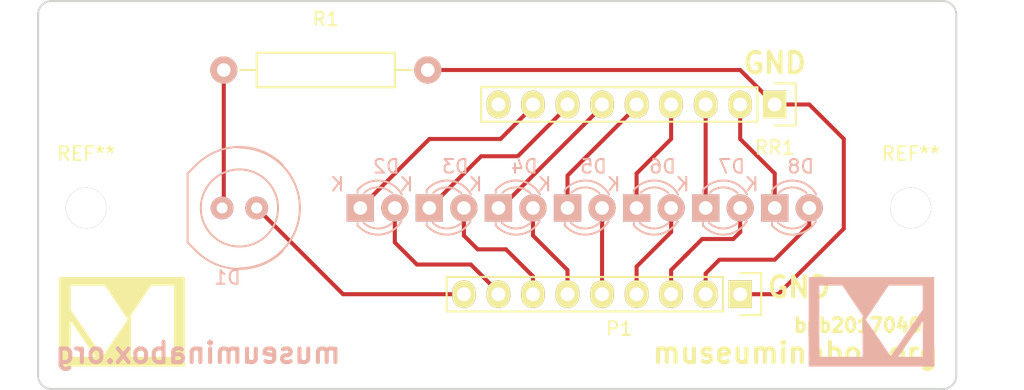
<source format=kicad_pcb>
(kicad_pcb (version 20171130) (host pcbnew 5.0.1-33cea8e~67~ubuntu18.04.1)

  (general
    (thickness 1.6)
    (drawings 13)
    (tracks 67)
    (zones 0)
    (modules 15)
    (nets 19)
  )

  (page A4)
  (layers
    (0 F.Cu signal)
    (31 B.Cu signal)
    (32 B.Adhes user)
    (33 F.Adhes user)
    (34 B.Paste user)
    (35 F.Paste user)
    (36 B.SilkS user)
    (37 F.SilkS user)
    (38 B.Mask user)
    (39 F.Mask user)
    (40 Dwgs.User user)
    (41 Cmts.User user)
    (42 Eco1.User user)
    (43 Eco2.User user)
    (44 Edge.Cuts user)
    (45 Margin user)
    (46 B.CrtYd user)
    (47 F.CrtYd user)
    (48 B.Fab user)
    (49 F.Fab user)
  )

  (setup
    (last_trace_width 0.3)
    (trace_clearance 0.2)
    (zone_clearance 0.508)
    (zone_45_only no)
    (trace_min 0.2)
    (segment_width 0.2)
    (edge_width 0.2)
    (via_size 0.8)
    (via_drill 0.4)
    (via_min_size 0.4)
    (via_min_drill 0.3)
    (uvia_size 0.3)
    (uvia_drill 0.1)
    (uvias_allowed no)
    (uvia_min_size 0.2)
    (uvia_min_drill 0.1)
    (pcb_text_width 0.3)
    (pcb_text_size 1.5 1.5)
    (mod_edge_width 0.15)
    (mod_text_size 1 1)
    (mod_text_width 0.15)
    (pad_size 1.524 1.524)
    (pad_drill 0.762)
    (pad_to_mask_clearance 0.2)
    (solder_mask_min_width 0.25)
    (aux_axis_origin 0 0)
    (visible_elements FFFFFF7F)
    (pcbplotparams
      (layerselection 0x010fc_ffffffff)
      (usegerberextensions false)
      (usegerberattributes false)
      (usegerberadvancedattributes false)
      (creategerberjobfile false)
      (excludeedgelayer true)
      (linewidth 0.100000)
      (plotframeref false)
      (viasonmask false)
      (mode 1)
      (useauxorigin false)
      (hpglpennumber 1)
      (hpglpenspeed 20)
      (hpglpendiameter 15.000000)
      (psnegative false)
      (psa4output false)
      (plotreference true)
      (plotvalue true)
      (plotinvisibletext false)
      (padsonsilk false)
      (subtractmaskfromsilk false)
      (outputformat 1)
      (mirror false)
      (drillshape 0)
      (scaleselection 1)
      (outputdirectory "/home/adrian/sandbox/github/brain/Physical/BootProgressBoard/Output/"))
  )

  (net 0 "")
  (net 1 "Net-(D1-Pad2)")
  (net 2 "Net-(D1-Pad1)")
  (net 3 "Net-(D2-Pad1)")
  (net 4 "Net-(D2-Pad2)")
  (net 5 "Net-(D3-Pad1)")
  (net 6 "Net-(D3-Pad2)")
  (net 7 "Net-(D4-Pad1)")
  (net 8 "Net-(D4-Pad2)")
  (net 9 "Net-(D5-Pad1)")
  (net 10 "Net-(D5-Pad2)")
  (net 11 "Net-(D6-Pad1)")
  (net 12 "Net-(D6-Pad2)")
  (net 13 "Net-(D7-Pad1)")
  (net 14 "Net-(D7-Pad2)")
  (net 15 "Net-(D8-Pad1)")
  (net 16 "Net-(D8-Pad2)")
  (net 17 "Net-(RR1-Pad9)")
  (net 18 "Net-(P1-Pad1)")

  (net_class Default "This is the default net class."
    (clearance 0.2)
    (trace_width 0.3)
    (via_dia 0.8)
    (via_drill 0.4)
    (uvia_dia 0.3)
    (uvia_drill 0.1)
    (add_net "Net-(D1-Pad1)")
    (add_net "Net-(D1-Pad2)")
    (add_net "Net-(D2-Pad1)")
    (add_net "Net-(D2-Pad2)")
    (add_net "Net-(D3-Pad1)")
    (add_net "Net-(D3-Pad2)")
    (add_net "Net-(D4-Pad1)")
    (add_net "Net-(D4-Pad2)")
    (add_net "Net-(D5-Pad1)")
    (add_net "Net-(D5-Pad2)")
    (add_net "Net-(D6-Pad1)")
    (add_net "Net-(D6-Pad2)")
    (add_net "Net-(D7-Pad1)")
    (add_net "Net-(D7-Pad2)")
    (add_net "Net-(D8-Pad1)")
    (add_net "Net-(D8-Pad2)")
    (add_net "Net-(P1-Pad1)")
    (add_net "Net-(RR1-Pad9)")
  )

  (module Mounting_Holes:MountingHole_3mm (layer F.Cu) (tedit 0) (tstamp 58E50E1B)
    (at 96.68 53.34)
    (descr "Mounting hole, Befestigungsbohrung, 3mm, No Annular, Kein Restring,")
    (tags "Mounting hole, Befestigungsbohrung, 3mm, No Annular, Kein Restring,")
    (fp_text reference REF** (at 0 -4.0005) (layer F.SilkS)
      (effects (font (size 1 1) (thickness 0.15)))
    )
    (fp_text value MountingHole_3mm (at 1.00076 5.00126) (layer F.Fab)
      (effects (font (size 1 1) (thickness 0.15)))
    )
    (fp_circle (center 0 0) (end 3 0) (layer Cmts.User) (width 0.381))
    (pad 1 thru_hole circle (at 0 0) (size 3 3) (drill 3) (layers))
  )

  (module Mounting_Holes:MountingHole_3mm (layer F.Cu) (tedit 0) (tstamp 58E50DF6)
    (at 157.32 53.34)
    (descr "Mounting hole, Befestigungsbohrung, 3mm, No Annular, Kein Restring,")
    (tags "Mounting hole, Befestigungsbohrung, 3mm, No Annular, Kein Restring,")
    (fp_text reference REF** (at 0 -4.0005) (layer F.SilkS)
      (effects (font (size 1 1) (thickness 0.15)))
    )
    (fp_text value MountingHole_3mm (at 1.00076 5.00126) (layer F.Fab)
      (effects (font (size 1 1) (thickness 0.15)))
    )
    (fp_circle (center 0 0) (end 3 0) (layer Cmts.User) (width 0.381))
    (pad 1 thru_hole circle (at 0 0) (size 3 3) (drill 3) (layers))
  )

  (module "MCQN Ltd:miab-logo-9x7mm" (layer B.Cu) (tedit 0) (tstamp 58E5066C)
    (at 154.432 61.722 180)
    (fp_text reference G*** (at 0 0 180) (layer B.SilkS) hide
      (effects (font (size 1.524 1.524) (thickness 0.3)) (justify mirror))
    )
    (fp_text value LOGO (at 0.75 0 180) (layer B.SilkS) hide
      (effects (font (size 1.524 1.524) (thickness 0.3)) (justify mirror))
    )
    (fp_poly (pts (xy 4.611512 -3.293533) (xy -4.608688 -3.293533) (xy -4.608688 -1.255324) (xy -3.7846 -1.255324)
      (xy -3.7846 -2.587977) (xy -1.969262 -2.587977) (xy -1.973457 -2.581627) (xy -1.976057 -2.577762)
      (xy -1.981691 -2.569442) (xy -1.990252 -2.556826) (xy -2.001629 -2.540074) (xy -2.015714 -2.519346)
      (xy -2.032398 -2.494802) (xy -2.051573 -2.466603) (xy -2.073129 -2.434907) (xy -2.096958 -2.399875)
      (xy -2.122951 -2.361666) (xy -2.150998 -2.32044) (xy -2.180992 -2.276358) (xy -2.212823 -2.229579)
      (xy -2.246382 -2.180263) (xy -2.281561 -2.128569) (xy -2.318251 -2.074658) (xy -2.356342 -2.01869)
      (xy -2.395727 -1.960824) (xy -2.436296 -1.901221) (xy -2.477941 -1.840039) (xy -2.520551 -1.777439)
      (xy -2.56402 -1.713582) (xy -2.608238 -1.648626) (xy -2.653095 -1.582731) (xy -2.698484 -1.516058)
      (xy -2.744295 -1.448767) (xy -2.790419 -1.381016) (xy -2.836749 -1.312966) (xy -2.883174 -1.244778)
      (xy -2.929586 -1.17661) (xy -2.975876 -1.108622) (xy -3.021935 -1.040975) (xy -3.067655 -0.973829)
      (xy -3.112927 -0.907342) (xy -3.157641 -0.841676) (xy -3.201689 -0.77699) (xy -3.244963 -0.713443)
      (xy -3.287353 -0.651196) (xy -3.32875 -0.590408) (xy -3.369045 -0.53124) (xy -3.408131 -0.473851)
      (xy -3.445897 -0.418401) (xy -3.482235 -0.36505) (xy -3.517037 -0.313958) (xy -3.550193 -0.265285)
      (xy -3.581594 -0.21919) (xy -3.611132 -0.175833) (xy -3.638698 -0.135375) (xy -3.664183 -0.097975)
      (xy -3.687478 -0.063793) (xy -3.708475 -0.032988) (xy -3.727064 -0.005722) (xy -3.743137 0.017847)
      (xy -3.756584 0.037559) (xy -3.767297 0.053253) (xy -3.775168 0.06477) (xy -3.780087 0.07195)
      (xy -3.781945 0.074634) (xy -3.781957 0.074648) (xy -3.782166 0.072056) (xy -3.782367 0.063907)
      (xy -3.782562 0.050287) (xy -3.782748 0.031283) (xy -3.782927 0.006984) (xy -3.783097 -0.022526)
      (xy -3.78326 -0.057158) (xy -3.783414 -0.096825) (xy -3.783559 -0.141441) (xy -3.783696 -0.190918)
      (xy -3.783823 -0.24517) (xy -3.783942 -0.304109) (xy -3.784052 -0.367649) (xy -3.784152 -0.435702)
      (xy -3.784242 -0.508182) (xy -3.784323 -0.585002) (xy -3.784393 -0.666074) (xy -3.784454 -0.751312)
      (xy -3.784504 -0.840628) (xy -3.784544 -0.933936) (xy -3.784574 -1.031148) (xy -3.784592 -1.132178)
      (xy -3.784599 -1.236939) (xy -3.7846 -1.255324) (xy -4.608688 -1.255324) (xy -4.608688 0.897932)
      (xy -3.773311 0.897932) (xy -2.629958 -0.783639) (xy -2.569622 -0.872377) (xy -2.509994 -0.960073)
      (xy -2.451157 -1.046605) (xy -2.393193 -1.131853) (xy -2.336183 -1.215697) (xy -2.280209 -1.298017)
      (xy -2.225353 -1.378691) (xy -2.171698 -1.457601) (xy -2.119324 -1.534624) (xy -2.068314 -1.609641)
      (xy -2.01875 -1.682532) (xy -1.970713 -1.753175) (xy -1.924286 -1.82145) (xy -1.87955 -1.887238)
      (xy -1.836588 -1.950417) (xy -1.79548 -2.010867) (xy -1.75631 -2.068468) (xy -1.719159 -2.123099)
      (xy -1.684109 -2.17464) (xy -1.651241 -2.222971) (xy -1.620639 -2.26797) (xy -1.592382 -2.309518)
      (xy -1.566555 -2.347493) (xy -1.543238 -2.381777) (xy -1.522512 -2.412247) (xy -1.504462 -2.438785)
      (xy -1.489167 -2.461268) (xy -1.47671 -2.479578) (xy -1.467173 -2.493593) (xy -1.460638 -2.503193)
      (xy -1.457187 -2.508257) (xy -1.457017 -2.508506) (xy -1.447611 -2.52199) (xy -1.43921 -2.533505)
      (xy -1.43234 -2.542373) (xy -1.427529 -2.547912) (xy -1.425306 -2.549441) (xy -1.425294 -2.549429)
      (xy -1.423592 -2.546979) (xy -1.418799 -2.539996) (xy -1.411003 -2.528609) (xy -1.400291 -2.512949)
      (xy -1.386754 -2.493144) (xy -1.370479 -2.469326) (xy -1.351554 -2.441622) (xy -1.33007 -2.410164)
      (xy -1.306113 -2.375081) (xy -1.279772 -2.336503) (xy -1.251137 -2.294559) (xy -1.220296 -2.249379)
      (xy -1.187337 -2.201094) (xy -1.152348 -2.149832) (xy -1.115419 -2.095723) (xy -1.076638 -2.038898)
      (xy -1.036094 -1.979486) (xy -0.993874 -1.917617) (xy -0.950068 -1.85342) (xy -0.904765 -1.787026)
      (xy -0.858052 -1.718563) (xy -0.810018 -1.648163) (xy -0.760753 -1.575954) (xy -0.710343 -1.502066)
      (xy -0.658879 -1.42663) (xy -0.606449 -1.349774) (xy -0.55314 -1.271629) (xy -0.499042 -1.192324)
      (xy -0.49845 -1.191456) (xy 0.426258 0.164143) (xy 0.377524 0.23677) (xy 0.37286 0.243715)
      (xy 0.365146 0.255192) (xy 0.354486 0.271049) (xy 0.340981 0.291135) (xy 0.324732 0.315298)
      (xy 0.305842 0.343388) (xy 0.284412 0.375252) (xy 0.260544 0.410739) (xy 0.234341 0.449698)
      (xy 0.223481 0.465845) (xy 0.649112 0.465845) (xy 0.649112 -2.587977) (xy 3.832578 -2.587977)
      (xy 3.832578 2.667) (xy 2.131737 2.667) (xy 1.390424 1.566423) (xy 0.649112 0.465845)
      (xy 0.223481 0.465845) (xy 0.205903 0.491978) (xy 0.175333 0.537426) (xy 0.142733 0.585892)
      (xy 0.108205 0.637223) (xy 0.07185 0.69127) (xy 0.03377 0.747879) (xy -0.005932 0.8069)
      (xy -0.047156 0.868182) (xy -0.089799 0.931572) (xy -0.133759 0.99692) (xy -0.178934 1.064074)
      (xy -0.225223 1.132882) (xy -0.272524 1.203194) (xy -0.320734 1.274857) (xy -0.369753 1.347721)
      (xy -0.419477 1.421633) (xy -0.464255 1.488192) (xy -1.2573 2.666986) (xy -2.515305 2.666993)
      (xy -3.773311 2.667) (xy -3.773311 0.897932) (xy -4.608688 0.897932) (xy -4.608688 3.290711)
      (xy 4.611512 3.290711) (xy 4.611512 -3.293533)) (layer B.SilkS) (width 0.01))
  )

  (module LEDs:LED-8MM (layer B.Cu) (tedit 5538B3F0) (tstamp 577CDD26)
    (at 106.68 53.34)
    (descr "LED 8mm - Lead pitch 100mil (2,54mm)")
    (tags "LED led 5mm 5MM 100mil 2.54mm")
    (path /577CD3D3)
    (fp_text reference D1 (at 0.38608 5.12064) (layer B.SilkS)
      (effects (font (size 1 1) (thickness 0.15)) (justify mirror))
    )
    (fp_text value LED (at 0.42164 -5.39496) (layer B.Fab)
      (effects (font (size 1 1) (thickness 0.15)) (justify mirror))
    )
    (fp_circle (center 1.27 0) (end 0 -2.54) (layer B.SilkS) (width 0.15))
    (fp_line (start -2.54 2.54) (end -2.54 -2.54) (layer B.SilkS) (width 0.15))
    (fp_line (start -1.905 -3.175) (end -2.54 -2.54) (layer B.SilkS) (width 0.15))
    (fp_line (start -1.905 3.175) (end -2.54 2.54) (layer B.SilkS) (width 0.15))
    (fp_arc (start 1.27 0) (end -1.905 -3.175) (angle 90) (layer B.SilkS) (width 0.15))
    (fp_arc (start 1.27 0) (end 4.445 3.175) (angle 90) (layer B.SilkS) (width 0.15))
    (fp_arc (start 1.27 0) (end 1.27 -4.445) (angle 90) (layer B.SilkS) (width 0.15))
    (fp_arc (start 1.27 0) (end 5.715 0) (angle 90) (layer B.SilkS) (width 0.15))
    (pad 2 thru_hole circle (at 2.54 0 180) (size 1.6764 1.6764) (drill 0.8128) (layers *.Cu *.Mask B.SilkS)
      (net 1 "Net-(D1-Pad2)"))
    (pad 1 thru_hole circle (at 0 0 180) (size 1.6764 1.6764) (drill 0.8128) (layers *.Cu *.Mask B.SilkS)
      (net 2 "Net-(D1-Pad1)"))
  )

  (module LEDs:LED-3MM (layer B.Cu) (tedit 559B82F6) (tstamp 577CDD2C)
    (at 116.84 53.34)
    (descr "LED 3mm round vertical")
    (tags "LED  3mm round vertical")
    (path /577CD48F)
    (fp_text reference D2 (at 1.91 -3.06) (layer B.SilkS)
      (effects (font (size 1 1) (thickness 0.15)) (justify mirror))
    )
    (fp_text value LED (at 1.3 2.9) (layer B.Fab)
      (effects (font (size 1 1) (thickness 0.15)) (justify mirror))
    )
    (fp_line (start -1.2 -2.3) (end 3.8 -2.3) (layer B.CrtYd) (width 0.05))
    (fp_line (start 3.8 -2.3) (end 3.8 2.2) (layer B.CrtYd) (width 0.05))
    (fp_line (start 3.8 2.2) (end -1.2 2.2) (layer B.CrtYd) (width 0.05))
    (fp_line (start -1.2 2.2) (end -1.2 -2.3) (layer B.CrtYd) (width 0.05))
    (fp_line (start -0.199 -1.314) (end -0.199 -1.114) (layer B.SilkS) (width 0.15))
    (fp_line (start -0.199 1.28) (end -0.199 1.1) (layer B.SilkS) (width 0.15))
    (fp_arc (start 1.301 -0.034) (end -0.199 1.286) (angle -108.5) (layer B.SilkS) (width 0.15))
    (fp_arc (start 1.301 -0.034) (end 0.25 1.1) (angle -85.7) (layer B.SilkS) (width 0.15))
    (fp_arc (start 1.311 -0.034) (end 3.051 -0.994) (angle -110) (layer B.SilkS) (width 0.15))
    (fp_arc (start 1.301 -0.034) (end 2.335 -1.094) (angle -87.5) (layer B.SilkS) (width 0.15))
    (fp_text user K (at -1.69 -1.74) (layer B.SilkS)
      (effects (font (size 1 1) (thickness 0.15)) (justify mirror))
    )
    (pad 1 thru_hole rect (at 0 0 270) (size 2 2) (drill 1.00076) (layers *.Cu *.Mask B.SilkS)
      (net 3 "Net-(D2-Pad1)"))
    (pad 2 thru_hole circle (at 2.54 0) (size 2 2) (drill 1.00076) (layers *.Cu *.Mask B.SilkS)
      (net 4 "Net-(D2-Pad2)"))
    (model LEDs.3dshapes/LED-3MM.wrl
      (offset (xyz 1.269999980926514 0 0))
      (scale (xyz 1 1 1))
      (rotate (xyz 0 0 90))
    )
  )

  (module LEDs:LED-3MM (layer B.Cu) (tedit 559B82F6) (tstamp 577CDD32)
    (at 121.92 53.34)
    (descr "LED 3mm round vertical")
    (tags "LED  3mm round vertical")
    (path /577CCF34)
    (fp_text reference D3 (at 1.91 -3.06) (layer B.SilkS)
      (effects (font (size 1 1) (thickness 0.15)) (justify mirror))
    )
    (fp_text value LED (at 1.3 2.9) (layer B.Fab)
      (effects (font (size 1 1) (thickness 0.15)) (justify mirror))
    )
    (fp_line (start -1.2 -2.3) (end 3.8 -2.3) (layer B.CrtYd) (width 0.05))
    (fp_line (start 3.8 -2.3) (end 3.8 2.2) (layer B.CrtYd) (width 0.05))
    (fp_line (start 3.8 2.2) (end -1.2 2.2) (layer B.CrtYd) (width 0.05))
    (fp_line (start -1.2 2.2) (end -1.2 -2.3) (layer B.CrtYd) (width 0.05))
    (fp_line (start -0.199 -1.314) (end -0.199 -1.114) (layer B.SilkS) (width 0.15))
    (fp_line (start -0.199 1.28) (end -0.199 1.1) (layer B.SilkS) (width 0.15))
    (fp_arc (start 1.301 -0.034) (end -0.199 1.286) (angle -108.5) (layer B.SilkS) (width 0.15))
    (fp_arc (start 1.301 -0.034) (end 0.25 1.1) (angle -85.7) (layer B.SilkS) (width 0.15))
    (fp_arc (start 1.311 -0.034) (end 3.051 -0.994) (angle -110) (layer B.SilkS) (width 0.15))
    (fp_arc (start 1.301 -0.034) (end 2.335 -1.094) (angle -87.5) (layer B.SilkS) (width 0.15))
    (fp_text user K (at -1.69 -1.74) (layer B.SilkS)
      (effects (font (size 1 1) (thickness 0.15)) (justify mirror))
    )
    (pad 1 thru_hole rect (at 0 0 270) (size 2 2) (drill 1.00076) (layers *.Cu *.Mask B.SilkS)
      (net 5 "Net-(D3-Pad1)"))
    (pad 2 thru_hole circle (at 2.54 0) (size 2 2) (drill 1.00076) (layers *.Cu *.Mask B.SilkS)
      (net 6 "Net-(D3-Pad2)"))
    (model LEDs.3dshapes/LED-3MM.wrl
      (offset (xyz 1.269999980926514 0 0))
      (scale (xyz 1 1 1))
      (rotate (xyz 0 0 90))
    )
  )

  (module LEDs:LED-3MM (layer B.Cu) (tedit 559B82F6) (tstamp 577CDD38)
    (at 127 53.34)
    (descr "LED 3mm round vertical")
    (tags "LED  3mm round vertical")
    (path /577CD371)
    (fp_text reference D4 (at 1.91 -3.06) (layer B.SilkS)
      (effects (font (size 1 1) (thickness 0.15)) (justify mirror))
    )
    (fp_text value LED (at 1.3 2.9) (layer B.Fab)
      (effects (font (size 1 1) (thickness 0.15)) (justify mirror))
    )
    (fp_line (start -1.2 -2.3) (end 3.8 -2.3) (layer B.CrtYd) (width 0.05))
    (fp_line (start 3.8 -2.3) (end 3.8 2.2) (layer B.CrtYd) (width 0.05))
    (fp_line (start 3.8 2.2) (end -1.2 2.2) (layer B.CrtYd) (width 0.05))
    (fp_line (start -1.2 2.2) (end -1.2 -2.3) (layer B.CrtYd) (width 0.05))
    (fp_line (start -0.199 -1.314) (end -0.199 -1.114) (layer B.SilkS) (width 0.15))
    (fp_line (start -0.199 1.28) (end -0.199 1.1) (layer B.SilkS) (width 0.15))
    (fp_arc (start 1.301 -0.034) (end -0.199 1.286) (angle -108.5) (layer B.SilkS) (width 0.15))
    (fp_arc (start 1.301 -0.034) (end 0.25 1.1) (angle -85.7) (layer B.SilkS) (width 0.15))
    (fp_arc (start 1.311 -0.034) (end 3.051 -0.994) (angle -110) (layer B.SilkS) (width 0.15))
    (fp_arc (start 1.301 -0.034) (end 2.335 -1.094) (angle -87.5) (layer B.SilkS) (width 0.15))
    (fp_text user K (at -1.69 -1.74) (layer B.SilkS)
      (effects (font (size 1 1) (thickness 0.15)) (justify mirror))
    )
    (pad 1 thru_hole rect (at 0 0 270) (size 2 2) (drill 1.00076) (layers *.Cu *.Mask B.SilkS)
      (net 7 "Net-(D4-Pad1)"))
    (pad 2 thru_hole circle (at 2.54 0) (size 2 2) (drill 1.00076) (layers *.Cu *.Mask B.SilkS)
      (net 8 "Net-(D4-Pad2)"))
    (model LEDs.3dshapes/LED-3MM.wrl
      (offset (xyz 1.269999980926514 0 0))
      (scale (xyz 1 1 1))
      (rotate (xyz 0 0 90))
    )
  )

  (module LEDs:LED-3MM (layer B.Cu) (tedit 559B82F6) (tstamp 577CDD3E)
    (at 132.08 53.34)
    (descr "LED 3mm round vertical")
    (tags "LED  3mm round vertical")
    (path /577CD4D9)
    (fp_text reference D5 (at 1.91 -3.06) (layer B.SilkS)
      (effects (font (size 1 1) (thickness 0.15)) (justify mirror))
    )
    (fp_text value LED (at 1.3 2.9) (layer B.Fab)
      (effects (font (size 1 1) (thickness 0.15)) (justify mirror))
    )
    (fp_line (start -1.2 -2.3) (end 3.8 -2.3) (layer B.CrtYd) (width 0.05))
    (fp_line (start 3.8 -2.3) (end 3.8 2.2) (layer B.CrtYd) (width 0.05))
    (fp_line (start 3.8 2.2) (end -1.2 2.2) (layer B.CrtYd) (width 0.05))
    (fp_line (start -1.2 2.2) (end -1.2 -2.3) (layer B.CrtYd) (width 0.05))
    (fp_line (start -0.199 -1.314) (end -0.199 -1.114) (layer B.SilkS) (width 0.15))
    (fp_line (start -0.199 1.28) (end -0.199 1.1) (layer B.SilkS) (width 0.15))
    (fp_arc (start 1.301 -0.034) (end -0.199 1.286) (angle -108.5) (layer B.SilkS) (width 0.15))
    (fp_arc (start 1.301 -0.034) (end 0.25 1.1) (angle -85.7) (layer B.SilkS) (width 0.15))
    (fp_arc (start 1.311 -0.034) (end 3.051 -0.994) (angle -110) (layer B.SilkS) (width 0.15))
    (fp_arc (start 1.301 -0.034) (end 2.335 -1.094) (angle -87.5) (layer B.SilkS) (width 0.15))
    (fp_text user K (at -1.69 -1.74) (layer B.SilkS)
      (effects (font (size 1 1) (thickness 0.15)) (justify mirror))
    )
    (pad 1 thru_hole rect (at 0 0 270) (size 2 2) (drill 1.00076) (layers *.Cu *.Mask B.SilkS)
      (net 9 "Net-(D5-Pad1)"))
    (pad 2 thru_hole circle (at 2.54 0) (size 2 2) (drill 1.00076) (layers *.Cu *.Mask B.SilkS)
      (net 10 "Net-(D5-Pad2)"))
    (model LEDs.3dshapes/LED-3MM.wrl
      (offset (xyz 1.269999980926514 0 0))
      (scale (xyz 1 1 1))
      (rotate (xyz 0 0 90))
    )
  )

  (module LEDs:LED-3MM (layer B.Cu) (tedit 559B82F6) (tstamp 577CDD44)
    (at 137.16 53.34)
    (descr "LED 3mm round vertical")
    (tags "LED  3mm round vertical")
    (path /577CD437)
    (fp_text reference D6 (at 1.91 -3.06) (layer B.SilkS)
      (effects (font (size 1 1) (thickness 0.15)) (justify mirror))
    )
    (fp_text value LED (at 1.3 2.9) (layer B.Fab)
      (effects (font (size 1 1) (thickness 0.15)) (justify mirror))
    )
    (fp_line (start -1.2 -2.3) (end 3.8 -2.3) (layer B.CrtYd) (width 0.05))
    (fp_line (start 3.8 -2.3) (end 3.8 2.2) (layer B.CrtYd) (width 0.05))
    (fp_line (start 3.8 2.2) (end -1.2 2.2) (layer B.CrtYd) (width 0.05))
    (fp_line (start -1.2 2.2) (end -1.2 -2.3) (layer B.CrtYd) (width 0.05))
    (fp_line (start -0.199 -1.314) (end -0.199 -1.114) (layer B.SilkS) (width 0.15))
    (fp_line (start -0.199 1.28) (end -0.199 1.1) (layer B.SilkS) (width 0.15))
    (fp_arc (start 1.301 -0.034) (end -0.199 1.286) (angle -108.5) (layer B.SilkS) (width 0.15))
    (fp_arc (start 1.301 -0.034) (end 0.25 1.1) (angle -85.7) (layer B.SilkS) (width 0.15))
    (fp_arc (start 1.311 -0.034) (end 3.051 -0.994) (angle -110) (layer B.SilkS) (width 0.15))
    (fp_arc (start 1.301 -0.034) (end 2.335 -1.094) (angle -87.5) (layer B.SilkS) (width 0.15))
    (fp_text user K (at -1.69 -1.74) (layer B.SilkS)
      (effects (font (size 1 1) (thickness 0.15)) (justify mirror))
    )
    (pad 1 thru_hole rect (at 0 0 270) (size 2 2) (drill 1.00076) (layers *.Cu *.Mask B.SilkS)
      (net 11 "Net-(D6-Pad1)"))
    (pad 2 thru_hole circle (at 2.54 0) (size 2 2) (drill 1.00076) (layers *.Cu *.Mask B.SilkS)
      (net 12 "Net-(D6-Pad2)"))
    (model LEDs.3dshapes/LED-3MM.wrl
      (offset (xyz 1.269999980926514 0 0))
      (scale (xyz 1 1 1))
      (rotate (xyz 0 0 90))
    )
  )

  (module LEDs:LED-3MM (layer B.Cu) (tedit 559B82F6) (tstamp 577CDD4A)
    (at 142.24 53.34)
    (descr "LED 3mm round vertical")
    (tags "LED  3mm round vertical")
    (path /577CD59D)
    (fp_text reference D7 (at 1.91 -3.06) (layer B.SilkS)
      (effects (font (size 1 1) (thickness 0.15)) (justify mirror))
    )
    (fp_text value LED (at 1.3 2.9) (layer B.Fab)
      (effects (font (size 1 1) (thickness 0.15)) (justify mirror))
    )
    (fp_line (start -1.2 -2.3) (end 3.8 -2.3) (layer B.CrtYd) (width 0.05))
    (fp_line (start 3.8 -2.3) (end 3.8 2.2) (layer B.CrtYd) (width 0.05))
    (fp_line (start 3.8 2.2) (end -1.2 2.2) (layer B.CrtYd) (width 0.05))
    (fp_line (start -1.2 2.2) (end -1.2 -2.3) (layer B.CrtYd) (width 0.05))
    (fp_line (start -0.199 -1.314) (end -0.199 -1.114) (layer B.SilkS) (width 0.15))
    (fp_line (start -0.199 1.28) (end -0.199 1.1) (layer B.SilkS) (width 0.15))
    (fp_arc (start 1.301 -0.034) (end -0.199 1.286) (angle -108.5) (layer B.SilkS) (width 0.15))
    (fp_arc (start 1.301 -0.034) (end 0.25 1.1) (angle -85.7) (layer B.SilkS) (width 0.15))
    (fp_arc (start 1.311 -0.034) (end 3.051 -0.994) (angle -110) (layer B.SilkS) (width 0.15))
    (fp_arc (start 1.301 -0.034) (end 2.335 -1.094) (angle -87.5) (layer B.SilkS) (width 0.15))
    (fp_text user K (at -1.69 -1.74) (layer B.SilkS)
      (effects (font (size 1 1) (thickness 0.15)) (justify mirror))
    )
    (pad 1 thru_hole rect (at 0 0 270) (size 2 2) (drill 1.00076) (layers *.Cu *.Mask B.SilkS)
      (net 13 "Net-(D7-Pad1)"))
    (pad 2 thru_hole circle (at 2.54 0) (size 2 2) (drill 1.00076) (layers *.Cu *.Mask B.SilkS)
      (net 14 "Net-(D7-Pad2)"))
    (model LEDs.3dshapes/LED-3MM.wrl
      (offset (xyz 1.269999980926514 0 0))
      (scale (xyz 1 1 1))
      (rotate (xyz 0 0 90))
    )
  )

  (module LEDs:LED-3MM (layer B.Cu) (tedit 559B82F6) (tstamp 577CDD50)
    (at 147.32 53.34)
    (descr "LED 3mm round vertical")
    (tags "LED  3mm round vertical")
    (path /577CD547)
    (fp_text reference D8 (at 1.91 -3.06) (layer B.SilkS)
      (effects (font (size 1 1) (thickness 0.15)) (justify mirror))
    )
    (fp_text value LED (at 1.3 2.9) (layer B.Fab)
      (effects (font (size 1 1) (thickness 0.15)) (justify mirror))
    )
    (fp_line (start -1.2 -2.3) (end 3.8 -2.3) (layer B.CrtYd) (width 0.05))
    (fp_line (start 3.8 -2.3) (end 3.8 2.2) (layer B.CrtYd) (width 0.05))
    (fp_line (start 3.8 2.2) (end -1.2 2.2) (layer B.CrtYd) (width 0.05))
    (fp_line (start -1.2 2.2) (end -1.2 -2.3) (layer B.CrtYd) (width 0.05))
    (fp_line (start -0.199 -1.314) (end -0.199 -1.114) (layer B.SilkS) (width 0.15))
    (fp_line (start -0.199 1.28) (end -0.199 1.1) (layer B.SilkS) (width 0.15))
    (fp_arc (start 1.301 -0.034) (end -0.199 1.286) (angle -108.5) (layer B.SilkS) (width 0.15))
    (fp_arc (start 1.301 -0.034) (end 0.25 1.1) (angle -85.7) (layer B.SilkS) (width 0.15))
    (fp_arc (start 1.311 -0.034) (end 3.051 -0.994) (angle -110) (layer B.SilkS) (width 0.15))
    (fp_arc (start 1.301 -0.034) (end 2.335 -1.094) (angle -87.5) (layer B.SilkS) (width 0.15))
    (fp_text user K (at -1.69 -1.74) (layer B.SilkS)
      (effects (font (size 1 1) (thickness 0.15)) (justify mirror))
    )
    (pad 1 thru_hole rect (at 0 0 270) (size 2 2) (drill 1.00076) (layers *.Cu *.Mask B.SilkS)
      (net 15 "Net-(D8-Pad1)"))
    (pad 2 thru_hole circle (at 2.54 0) (size 2 2) (drill 1.00076) (layers *.Cu *.Mask B.SilkS)
      (net 16 "Net-(D8-Pad2)"))
    (model LEDs.3dshapes/LED-3MM.wrl
      (offset (xyz 1.269999980926514 0 0))
      (scale (xyz 1 1 1))
      (rotate (xyz 0 0 90))
    )
  )

  (module Socket_Strips:Socket_Strip_Straight_1x09 (layer F.Cu) (tedit 0) (tstamp 577CDD5D)
    (at 144.78 59.69 180)
    (descr "Through hole socket strip")
    (tags "socket strip")
    (path /577CD086)
    (fp_text reference P1 (at 8.89 -2.54 180) (layer F.SilkS)
      (effects (font (size 1 1) (thickness 0.15)))
    )
    (fp_text value CONN_01X09 (at 2.54 -2.54 180) (layer F.Fab)
      (effects (font (size 1 1) (thickness 0.15)))
    )
    (fp_line (start -1.75 -1.75) (end -1.75 1.75) (layer F.CrtYd) (width 0.05))
    (fp_line (start 22.1 -1.75) (end 22.1 1.75) (layer F.CrtYd) (width 0.05))
    (fp_line (start -1.75 -1.75) (end 22.1 -1.75) (layer F.CrtYd) (width 0.05))
    (fp_line (start -1.75 1.75) (end 22.1 1.75) (layer F.CrtYd) (width 0.05))
    (fp_line (start 1.27 1.27) (end 21.59 1.27) (layer F.SilkS) (width 0.15))
    (fp_line (start 21.59 1.27) (end 21.59 -1.27) (layer F.SilkS) (width 0.15))
    (fp_line (start 21.59 -1.27) (end 1.27 -1.27) (layer F.SilkS) (width 0.15))
    (fp_line (start -1.55 1.55) (end 0 1.55) (layer F.SilkS) (width 0.15))
    (fp_line (start 1.27 1.27) (end 1.27 -1.27) (layer F.SilkS) (width 0.15))
    (fp_line (start 0 -1.55) (end -1.55 -1.55) (layer F.SilkS) (width 0.15))
    (fp_line (start -1.55 -1.55) (end -1.55 1.55) (layer F.SilkS) (width 0.15))
    (pad 1 thru_hole rect (at 0 0 180) (size 1.7272 2.032) (drill 1.016) (layers *.Cu *.Mask F.SilkS)
      (net 18 "Net-(P1-Pad1)"))
    (pad 2 thru_hole oval (at 2.54 0 180) (size 1.7272 2.032) (drill 1.016) (layers *.Cu *.Mask F.SilkS)
      (net 16 "Net-(D8-Pad2)"))
    (pad 3 thru_hole oval (at 5.08 0 180) (size 1.7272 2.032) (drill 1.016) (layers *.Cu *.Mask F.SilkS)
      (net 14 "Net-(D7-Pad2)"))
    (pad 4 thru_hole oval (at 7.62 0 180) (size 1.7272 2.032) (drill 1.016) (layers *.Cu *.Mask F.SilkS)
      (net 12 "Net-(D6-Pad2)"))
    (pad 5 thru_hole oval (at 10.16 0 180) (size 1.7272 2.032) (drill 1.016) (layers *.Cu *.Mask F.SilkS)
      (net 10 "Net-(D5-Pad2)"))
    (pad 6 thru_hole oval (at 12.7 0 180) (size 1.7272 2.032) (drill 1.016) (layers *.Cu *.Mask F.SilkS)
      (net 8 "Net-(D4-Pad2)"))
    (pad 7 thru_hole oval (at 15.24 0 180) (size 1.7272 2.032) (drill 1.016) (layers *.Cu *.Mask F.SilkS)
      (net 6 "Net-(D3-Pad2)"))
    (pad 8 thru_hole oval (at 17.78 0 180) (size 1.7272 2.032) (drill 1.016) (layers *.Cu *.Mask F.SilkS)
      (net 4 "Net-(D2-Pad2)"))
    (pad 9 thru_hole oval (at 20.32 0 180) (size 1.7272 2.032) (drill 1.016) (layers *.Cu *.Mask F.SilkS)
      (net 1 "Net-(D1-Pad2)"))
    (model Socket_Strips.3dshapes/Socket_Strip_Straight_1x09.wrl
      (offset (xyz 10.15999984741211 0 0))
      (scale (xyz 1 1 1))
      (rotate (xyz 0 0 180))
    )
  )

  (module Resistors_ThroughHole:Resistor_Horizontal_RM15mm (layer F.Cu) (tedit 53F56292) (tstamp 577CDD63)
    (at 114.3 43.18)
    (descr "Resistor, Axial, RM 15mm,")
    (tags "Resistor, Axial, RM 15mm,")
    (path /577CD0DC)
    (fp_text reference R1 (at 0 -3.74904) (layer F.SilkS)
      (effects (font (size 1 1) (thickness 0.15)))
    )
    (fp_text value R (at 0 4.0005) (layer F.Fab)
      (effects (font (size 1 1) (thickness 0.15)))
    )
    (fp_line (start -5.08 -1.27) (end -5.08 1.27) (layer F.SilkS) (width 0.15))
    (fp_line (start -5.08 1.27) (end 5.08 1.27) (layer F.SilkS) (width 0.15))
    (fp_line (start 5.08 1.27) (end 5.08 -1.27) (layer F.SilkS) (width 0.15))
    (fp_line (start 5.08 -1.27) (end -5.08 -1.27) (layer F.SilkS) (width 0.15))
    (fp_line (start 6.35 0) (end 5.08 0) (layer F.SilkS) (width 0.15))
    (fp_line (start -6.35 0) (end -5.08 0) (layer F.SilkS) (width 0.15))
    (pad 1 thru_hole circle (at -7.5 0) (size 1.99898 1.99898) (drill 1.00076) (layers *.Cu *.SilkS *.Mask)
      (net 2 "Net-(D1-Pad1)"))
    (pad 2 thru_hole circle (at 7.5 0) (size 1.99898 1.99898) (drill 1.00076) (layers *.Cu *.SilkS *.Mask)
      (net 18 "Net-(P1-Pad1)"))
    (model Resistors_ThroughHole.3dshapes/Resistor_Horizontal_RM15mm.wrl
      (at (xyz 0 0 0))
      (scale (xyz 0.4 0.4 0.4))
      (rotate (xyz 0 0 0))
    )
  )

  (module Socket_Strips:Socket_Strip_Straight_1x09 (layer F.Cu) (tedit 0) (tstamp 577CDD70)
    (at 147.32 45.72 180)
    (descr "Through hole socket strip")
    (tags "socket strip")
    (path /577CD2FD)
    (fp_text reference RR1 (at 0 -3.175 180) (layer F.SilkS)
      (effects (font (size 1 1) (thickness 0.15)))
    )
    (fp_text value RR8 (at 0 -3.1 180) (layer F.Fab)
      (effects (font (size 1 1) (thickness 0.15)))
    )
    (fp_line (start -1.75 -1.75) (end -1.75 1.75) (layer F.CrtYd) (width 0.05))
    (fp_line (start 22.1 -1.75) (end 22.1 1.75) (layer F.CrtYd) (width 0.05))
    (fp_line (start -1.75 -1.75) (end 22.1 -1.75) (layer F.CrtYd) (width 0.05))
    (fp_line (start -1.75 1.75) (end 22.1 1.75) (layer F.CrtYd) (width 0.05))
    (fp_line (start 1.27 1.27) (end 21.59 1.27) (layer F.SilkS) (width 0.15))
    (fp_line (start 21.59 1.27) (end 21.59 -1.27) (layer F.SilkS) (width 0.15))
    (fp_line (start 21.59 -1.27) (end 1.27 -1.27) (layer F.SilkS) (width 0.15))
    (fp_line (start -1.55 1.55) (end 0 1.55) (layer F.SilkS) (width 0.15))
    (fp_line (start 1.27 1.27) (end 1.27 -1.27) (layer F.SilkS) (width 0.15))
    (fp_line (start 0 -1.55) (end -1.55 -1.55) (layer F.SilkS) (width 0.15))
    (fp_line (start -1.55 -1.55) (end -1.55 1.55) (layer F.SilkS) (width 0.15))
    (pad 1 thru_hole rect (at 0 0 180) (size 1.7272 2.032) (drill 1.016) (layers *.Cu *.Mask F.SilkS)
      (net 18 "Net-(P1-Pad1)"))
    (pad 2 thru_hole oval (at 2.54 0 180) (size 1.7272 2.032) (drill 1.016) (layers *.Cu *.Mask F.SilkS)
      (net 15 "Net-(D8-Pad1)"))
    (pad 3 thru_hole oval (at 5.08 0 180) (size 1.7272 2.032) (drill 1.016) (layers *.Cu *.Mask F.SilkS)
      (net 13 "Net-(D7-Pad1)"))
    (pad 4 thru_hole oval (at 7.62 0 180) (size 1.7272 2.032) (drill 1.016) (layers *.Cu *.Mask F.SilkS)
      (net 11 "Net-(D6-Pad1)"))
    (pad 5 thru_hole oval (at 10.16 0 180) (size 1.7272 2.032) (drill 1.016) (layers *.Cu *.Mask F.SilkS)
      (net 9 "Net-(D5-Pad1)"))
    (pad 6 thru_hole oval (at 12.7 0 180) (size 1.7272 2.032) (drill 1.016) (layers *.Cu *.Mask F.SilkS)
      (net 7 "Net-(D4-Pad1)"))
    (pad 7 thru_hole oval (at 15.24 0 180) (size 1.7272 2.032) (drill 1.016) (layers *.Cu *.Mask F.SilkS)
      (net 5 "Net-(D3-Pad1)"))
    (pad 8 thru_hole oval (at 17.78 0 180) (size 1.7272 2.032) (drill 1.016) (layers *.Cu *.Mask F.SilkS)
      (net 3 "Net-(D2-Pad1)"))
    (pad 9 thru_hole oval (at 20.32 0 180) (size 1.7272 2.032) (drill 1.016) (layers *.Cu *.Mask F.SilkS)
      (net 17 "Net-(RR1-Pad9)"))
    (model Socket_Strips.3dshapes/Socket_Strip_Straight_1x09.wrl
      (offset (xyz 10.15999984741211 0 0))
      (scale (xyz 1 1 1))
      (rotate (xyz 0 0 180))
    )
  )

  (module "MCQN Ltd:miab-logo-9x7mm" (layer F.Cu) (tedit 0) (tstamp 577CF0DF)
    (at 99.314 61.722)
    (fp_text reference G*** (at 0 0) (layer F.SilkS) hide
      (effects (font (size 1.524 1.524) (thickness 0.3)))
    )
    (fp_text value LOGO (at 0.75 0) (layer F.SilkS) hide
      (effects (font (size 1.524 1.524) (thickness 0.3)))
    )
    (fp_poly (pts (xy 4.611512 3.293533) (xy -4.608688 3.293533) (xy -4.608688 1.255324) (xy -3.7846 1.255324)
      (xy -3.7846 2.587977) (xy -1.969262 2.587977) (xy -1.973457 2.581627) (xy -1.976057 2.577762)
      (xy -1.981691 2.569442) (xy -1.990252 2.556826) (xy -2.001629 2.540074) (xy -2.015714 2.519346)
      (xy -2.032398 2.494802) (xy -2.051573 2.466603) (xy -2.073129 2.434907) (xy -2.096958 2.399875)
      (xy -2.122951 2.361666) (xy -2.150998 2.32044) (xy -2.180992 2.276358) (xy -2.212823 2.229579)
      (xy -2.246382 2.180263) (xy -2.281561 2.128569) (xy -2.318251 2.074658) (xy -2.356342 2.01869)
      (xy -2.395727 1.960824) (xy -2.436296 1.901221) (xy -2.477941 1.840039) (xy -2.520551 1.777439)
      (xy -2.56402 1.713582) (xy -2.608238 1.648626) (xy -2.653095 1.582731) (xy -2.698484 1.516058)
      (xy -2.744295 1.448767) (xy -2.790419 1.381016) (xy -2.836749 1.312966) (xy -2.883174 1.244778)
      (xy -2.929586 1.17661) (xy -2.975876 1.108622) (xy -3.021935 1.040975) (xy -3.067655 0.973829)
      (xy -3.112927 0.907342) (xy -3.157641 0.841676) (xy -3.201689 0.77699) (xy -3.244963 0.713443)
      (xy -3.287353 0.651196) (xy -3.32875 0.590408) (xy -3.369045 0.53124) (xy -3.408131 0.473851)
      (xy -3.445897 0.418401) (xy -3.482235 0.36505) (xy -3.517037 0.313958) (xy -3.550193 0.265285)
      (xy -3.581594 0.21919) (xy -3.611132 0.175833) (xy -3.638698 0.135375) (xy -3.664183 0.097975)
      (xy -3.687478 0.063793) (xy -3.708475 0.032988) (xy -3.727064 0.005722) (xy -3.743137 -0.017847)
      (xy -3.756584 -0.037559) (xy -3.767297 -0.053253) (xy -3.775168 -0.06477) (xy -3.780087 -0.07195)
      (xy -3.781945 -0.074634) (xy -3.781957 -0.074648) (xy -3.782166 -0.072056) (xy -3.782367 -0.063907)
      (xy -3.782562 -0.050287) (xy -3.782748 -0.031283) (xy -3.782927 -0.006984) (xy -3.783097 0.022526)
      (xy -3.78326 0.057158) (xy -3.783414 0.096825) (xy -3.783559 0.141441) (xy -3.783696 0.190918)
      (xy -3.783823 0.24517) (xy -3.783942 0.304109) (xy -3.784052 0.367649) (xy -3.784152 0.435702)
      (xy -3.784242 0.508182) (xy -3.784323 0.585002) (xy -3.784393 0.666074) (xy -3.784454 0.751312)
      (xy -3.784504 0.840628) (xy -3.784544 0.933936) (xy -3.784574 1.031148) (xy -3.784592 1.132178)
      (xy -3.784599 1.236939) (xy -3.7846 1.255324) (xy -4.608688 1.255324) (xy -4.608688 -0.897932)
      (xy -3.773311 -0.897932) (xy -2.629958 0.783639) (xy -2.569622 0.872377) (xy -2.509994 0.960073)
      (xy -2.451157 1.046605) (xy -2.393193 1.131853) (xy -2.336183 1.215697) (xy -2.280209 1.298017)
      (xy -2.225353 1.378691) (xy -2.171698 1.457601) (xy -2.119324 1.534624) (xy -2.068314 1.609641)
      (xy -2.01875 1.682532) (xy -1.970713 1.753175) (xy -1.924286 1.82145) (xy -1.87955 1.887238)
      (xy -1.836588 1.950417) (xy -1.79548 2.010867) (xy -1.75631 2.068468) (xy -1.719159 2.123099)
      (xy -1.684109 2.17464) (xy -1.651241 2.222971) (xy -1.620639 2.26797) (xy -1.592382 2.309518)
      (xy -1.566555 2.347493) (xy -1.543238 2.381777) (xy -1.522512 2.412247) (xy -1.504462 2.438785)
      (xy -1.489167 2.461268) (xy -1.47671 2.479578) (xy -1.467173 2.493593) (xy -1.460638 2.503193)
      (xy -1.457187 2.508257) (xy -1.457017 2.508506) (xy -1.447611 2.52199) (xy -1.43921 2.533505)
      (xy -1.43234 2.542373) (xy -1.427529 2.547912) (xy -1.425306 2.549441) (xy -1.425294 2.549429)
      (xy -1.423592 2.546979) (xy -1.418799 2.539996) (xy -1.411003 2.528609) (xy -1.400291 2.512949)
      (xy -1.386754 2.493144) (xy -1.370479 2.469326) (xy -1.351554 2.441622) (xy -1.33007 2.410164)
      (xy -1.306113 2.375081) (xy -1.279772 2.336503) (xy -1.251137 2.294559) (xy -1.220296 2.249379)
      (xy -1.187337 2.201094) (xy -1.152348 2.149832) (xy -1.115419 2.095723) (xy -1.076638 2.038898)
      (xy -1.036094 1.979486) (xy -0.993874 1.917617) (xy -0.950068 1.85342) (xy -0.904765 1.787026)
      (xy -0.858052 1.718563) (xy -0.810018 1.648163) (xy -0.760753 1.575954) (xy -0.710343 1.502066)
      (xy -0.658879 1.42663) (xy -0.606449 1.349774) (xy -0.55314 1.271629) (xy -0.499042 1.192324)
      (xy -0.49845 1.191456) (xy 0.426258 -0.164143) (xy 0.377524 -0.23677) (xy 0.37286 -0.243715)
      (xy 0.365146 -0.255192) (xy 0.354486 -0.271049) (xy 0.340981 -0.291135) (xy 0.324732 -0.315298)
      (xy 0.305842 -0.343388) (xy 0.284412 -0.375252) (xy 0.260544 -0.410739) (xy 0.234341 -0.449698)
      (xy 0.223481 -0.465845) (xy 0.649112 -0.465845) (xy 0.649112 2.587977) (xy 3.832578 2.587977)
      (xy 3.832578 -2.667) (xy 2.131737 -2.667) (xy 1.390424 -1.566423) (xy 0.649112 -0.465845)
      (xy 0.223481 -0.465845) (xy 0.205903 -0.491978) (xy 0.175333 -0.537426) (xy 0.142733 -0.585892)
      (xy 0.108205 -0.637223) (xy 0.07185 -0.69127) (xy 0.03377 -0.747879) (xy -0.005932 -0.8069)
      (xy -0.047156 -0.868182) (xy -0.089799 -0.931572) (xy -0.133759 -0.99692) (xy -0.178934 -1.064074)
      (xy -0.225223 -1.132882) (xy -0.272524 -1.203194) (xy -0.320734 -1.274857) (xy -0.369753 -1.347721)
      (xy -0.419477 -1.421633) (xy -0.464255 -1.488192) (xy -1.2573 -2.666986) (xy -2.515305 -2.666993)
      (xy -3.773311 -2.667) (xy -3.773311 -0.897932) (xy -4.608688 -0.897932) (xy -4.608688 -3.290711)
      (xy 4.611512 -3.290711) (xy 4.611512 3.293533)) (layer F.SilkS) (width 0.01))
  )

  (gr_text GND (at 147.32 42.672) (layer F.SilkS) (tstamp 58E55EFC)
    (effects (font (size 1.5 1.5) (thickness 0.3)))
  )
  (gr_text GND (at 149.098 59.182) (layer F.SilkS)
    (effects (font (size 1.5 1.5) (thickness 0.3)))
  )
  (gr_text museuminabox.org (at 104.902 64.008) (layer B.SilkS) (tstamp 58E55E16)
    (effects (font (size 1.5 1.5) (thickness 0.3)) (justify mirror))
  )
  (gr_arc (start 159.67 39.1) (end 159.67 38.1) (angle 90) (layer Edge.Cuts) (width 0.15) (tstamp 58E505D8))
  (gr_arc (start 159.67 65.675) (end 159.67 66.675) (angle -90) (layer Edge.Cuts) (width 0.15) (tstamp 58E50572))
  (gr_arc (start 94.14 65.675) (end 93.14 65.675) (angle -90) (layer Edge.Cuts) (width 0.15) (tstamp 58E504FE))
  (gr_arc (start 94.14 39.1) (end 93.14 39.1) (angle 90) (layer Edge.Cuts) (width 0.15))
  (gr_text museuminabox.org (at 148.844 64.008) (layer F.SilkS)
    (effects (font (size 1.5 1.5) (thickness 0.3)))
  )
  (gr_text bpb20170406 (at 153.924 61.976) (layer F.SilkS)
    (effects (font (size 1 1) (thickness 0.25)))
  )
  (gr_line (start 93.14 65.675) (end 93.14 39.1) (layer Edge.Cuts) (width 0.15))
  (gr_line (start 159.67 66.675) (end 94.14 66.675) (layer Edge.Cuts) (width 0.15))
  (gr_line (start 160.67 39.1) (end 160.67 65.675) (layer Edge.Cuts) (width 0.15))
  (gr_line (start 94.14 38.1) (end 159.67 38.1) (layer Edge.Cuts) (width 0.15))

  (segment (start 124.46 59.69) (end 115.57 59.69) (width 0.3) (layer F.Cu) (net 1))
  (segment (start 115.57 59.69) (end 114.3 58.42) (width 0.3) (layer F.Cu) (net 1))
  (segment (start 114.3 58.42) (end 109.22 53.34) (width 0.3) (layer F.Cu) (net 1))
  (segment (start 106.8 43.18) (end 106.8 53.22) (width 0.3) (layer F.Cu) (net 2))
  (segment (start 106.8 53.22) (end 106.68 53.34) (width 0.3) (layer F.Cu) (net 2))
  (segment (start 121.92 48.26) (end 116.84 53.34) (width 0.3) (layer F.Cu) (net 3))
  (segment (start 127.1524 48.26) (end 121.92 48.26) (width 0.3) (layer F.Cu) (net 3))
  (segment (start 129.54 45.72) (end 129.54 45.8724) (width 0.3) (layer F.Cu) (net 3))
  (segment (start 129.54 45.8724) (end 127.1524 48.26) (width 0.3) (layer F.Cu) (net 3))
  (segment (start 127 59.69) (end 127 59.5376) (width 0.3) (layer F.Cu) (net 4))
  (segment (start 127 59.5376) (end 124.968 57.5056) (width 0.3) (layer F.Cu) (net 4))
  (segment (start 124.968 57.5056) (end 121.0056 57.5056) (width 0.3) (layer F.Cu) (net 4))
  (segment (start 121.0056 57.5056) (end 119.38 55.88) (width 0.3) (layer F.Cu) (net 4))
  (segment (start 119.38 55.88) (end 119.38 53.34) (width 0.3) (layer F.Cu) (net 4))
  (segment (start 125.73 49.53) (end 121.92 53.34) (width 0.3) (layer F.Cu) (net 5))
  (segment (start 128.4224 49.53) (end 125.73 49.53) (width 0.3) (layer F.Cu) (net 5))
  (segment (start 132.08 45.8724) (end 128.4224 49.53) (width 0.3) (layer F.Cu) (net 5))
  (segment (start 132.08 45.72) (end 132.08 45.8724) (width 0.3) (layer F.Cu) (net 5))
  (segment (start 129.54 59.69) (end 129.54 58.374) (width 0.3) (layer F.Cu) (net 6))
  (segment (start 129.54 58.374) (end 127.554 56.388) (width 0.3) (layer F.Cu) (net 6))
  (segment (start 125.476 56.388) (end 124.46 55.372) (width 0.3) (layer F.Cu) (net 6))
  (segment (start 127.554 56.388) (end 125.476 56.388) (width 0.3) (layer F.Cu) (net 6))
  (segment (start 124.46 55.372) (end 124.46 53.34) (width 0.3) (layer F.Cu) (net 6))
  (segment (start 129.54 59.69) (end 129.54 59.5376) (width 0.3) (layer F.Cu) (net 6))
  (segment (start 124.46 54.61) (end 124.46 53.34) (width 0.3) (layer F.Cu) (net 6))
  (segment (start 134.62 45.72) (end 134.62 45.8724) (width 0.3) (layer F.Cu) (net 7))
  (segment (start 134.62 45.8724) (end 127.1524 53.34) (width 0.3) (layer F.Cu) (net 7))
  (segment (start 127.1524 53.34) (end 127 53.34) (width 0.3) (layer F.Cu) (net 7))
  (segment (start 132.08 59.69) (end 132.08 57.912) (width 0.3) (layer F.Cu) (net 8))
  (segment (start 132.08 57.912) (end 129.54 55.372) (width 0.3) (layer F.Cu) (net 8))
  (segment (start 129.54 55.372) (end 129.54 53.34) (width 0.3) (layer F.Cu) (net 8))
  (segment (start 129.54 53.34) (end 129.54 54.61) (width 0.3) (layer F.Cu) (net 8))
  (segment (start 137.16 45.72) (end 137.16 45.8724) (width 0.3) (layer F.Cu) (net 9))
  (segment (start 137.16 45.8724) (end 132.08 50.9524) (width 0.3) (layer F.Cu) (net 9))
  (segment (start 132.08 50.9524) (end 132.08 53.34) (width 0.3) (layer F.Cu) (net 9))
  (segment (start 134.62 59.69) (end 134.62 53.34) (width 0.3) (layer F.Cu) (net 10))
  (segment (start 134.62 53.34) (end 134.62 54.61) (width 0.3) (layer F.Cu) (net 10))
  (segment (start 137.16 50.8) (end 137.16 53.34) (width 0.3) (layer F.Cu) (net 11))
  (segment (start 139.7 48.26) (end 137.16 50.8) (width 0.3) (layer F.Cu) (net 11))
  (segment (start 139.7 45.72) (end 139.7 48.26) (width 0.3) (layer F.Cu) (net 11))
  (segment (start 137.16 59.69) (end 137.16 57.658) (width 0.3) (layer F.Cu) (net 12))
  (segment (start 137.16 57.658) (end 139.7 55.118) (width 0.3) (layer F.Cu) (net 12))
  (segment (start 139.7 55.118) (end 139.7 53.34) (width 0.3) (layer F.Cu) (net 12))
  (segment (start 139.7 53.34) (end 139.7 54.61) (width 0.3) (layer F.Cu) (net 12))
  (segment (start 142.24 45.72) (end 142.24 53.34) (width 0.3) (layer F.Cu) (net 13))
  (segment (start 139.7 57.912) (end 140.716 56.896) (width 0.3) (layer F.Cu) (net 14))
  (segment (start 140.716 56.896) (end 140.97 56.642) (width 0.3) (layer F.Cu) (net 14))
  (segment (start 144.78 53.34) (end 144.78 55.118) (width 0.3) (layer F.Cu) (net 14))
  (segment (start 144.78 55.118) (end 144.272 55.626) (width 0.3) (layer F.Cu) (net 14))
  (segment (start 144.272 55.626) (end 141.986 55.626) (width 0.3) (layer F.Cu) (net 14))
  (segment (start 141.986 55.626) (end 140.716 56.896) (width 0.3) (layer F.Cu) (net 14))
  (segment (start 139.7 59.69) (end 139.7 57.912) (width 0.3) (layer F.Cu) (net 14))
  (segment (start 147.32 50.8) (end 147.32 53.34) (width 0.3) (layer F.Cu) (net 15))
  (segment (start 144.78 48.26) (end 147.32 50.8) (width 0.3) (layer F.Cu) (net 15))
  (segment (start 144.78 45.72) (end 144.78 48.26) (width 0.3) (layer F.Cu) (net 15))
  (segment (start 142.24 59.69) (end 142.24 58.166) (width 0.3) (layer F.Cu) (net 16))
  (segment (start 142.24 58.166) (end 143.256 57.15) (width 0.3) (layer F.Cu) (net 16))
  (segment (start 143.256 57.15) (end 147.32 57.15) (width 0.3) (layer F.Cu) (net 16))
  (segment (start 147.32 57.15) (end 149.86 54.61) (width 0.3) (layer F.Cu) (net 16))
  (segment (start 149.86 54.61) (end 149.86 53.34) (width 0.3) (layer F.Cu) (net 16))
  (segment (start 144.78 59.69) (end 147.574 59.69) (width 0.3) (layer F.Cu) (net 18))
  (segment (start 152.4 54.864) (end 152.4 48.26) (width 0.3) (layer F.Cu) (net 18))
  (segment (start 147.574 59.69) (end 152.4 54.864) (width 0.3) (layer F.Cu) (net 18))
  (segment (start 152.4 48.26) (end 149.86 45.72) (width 0.3) (layer F.Cu) (net 18))
  (segment (start 149.86 45.72) (end 147.32 45.72) (width 0.3) (layer F.Cu) (net 18))
  (segment (start 144.78 43.18) (end 147.32 45.72) (width 0.3) (layer F.Cu) (net 18))
  (segment (start 121.8 43.18) (end 144.78 43.18) (width 0.3) (layer F.Cu) (net 18))

)

</source>
